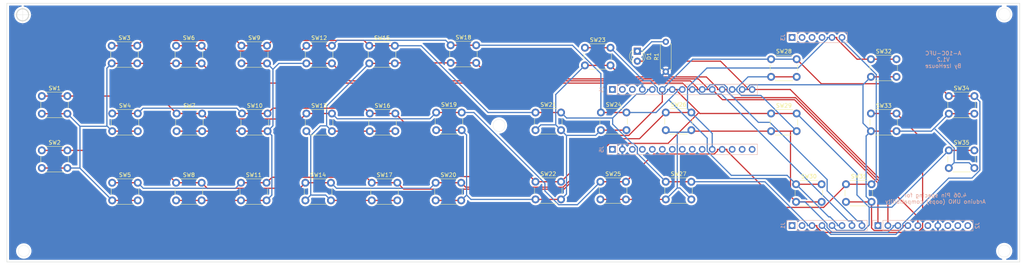
<source format=kicad_pcb>
(kicad_pcb (version 20171130) (host pcbnew "(5.0.2)-1")
  (title_block (title "A-10C UFC") (date 2019-08-02) (rev 1.2) (company IzeHouze))
  (layers (0 F.Cu signal) (31 B.Cu signal) (34 B.Paste user) (35 F.Paste user) (36 B.SilkS user) (37 F.SilkS user) (38 B.Mask user) (39 F.Mask user) (44 Edge.Cuts user))
  (net 0 "")
  (net 1 "Net-(D1-Pad1)")
  (net 2 /MastCaut)
  (net 3 /Row1)
  (net 4 /Row2)
  (net 5 /Row3)
  (net 6 /Row4)
  (net 7 /Row5)
  (net 8 /Row6)
  (net 9 /Col1)
  (net 10 /Col2)
  (net 11 /Col3)
  (net 12 /Col4)
  (net 13 /Col5)
  (net 14 /Col6)
  (net 15 "Net-(J2-Pad6)")
  (net 16 GND)
  (net 17 "Net-(J2-Pad8)")
  (net 18 "Net-(J2-Pad9)")
  (net 19 "Net-(J2-Pad10)")
  (net 20 "Net-(J3-Pad3)")
  (net 21 "Net-(J3-Pad4)")
  (net 22 "Net-(J1-Pad1)")
  (net 23 "Net-(J1-Pad2)")
  (net 24 "Net-(J3-Pad1)")
  (net 25 "Net-(J3-Pad2)")
  (net 26 "Net-(J4-Pad3)")
  (net 27 "Net-(J4-Pad2)")
  (net 28 "Net-(J4-Pad1)")
  (net 29 "Net-(J5-Pad1)")
  (net 30 "Net-(J5-Pad3)")
  (net 31 "Net-(J5-Pad4)")
  (net 32 "Net-(J5-Pad5)")
  (net 33 "Net-(J5-Pad6)")
  (net 34 "Net-(J5-Pad7)")
  (net 35 "Net-(J5-Pad8)")
  (net 36 "Net-(J5-Pad9)")
  (net 37 "Net-(J5-Pad10)")
  (net 38 "Net-(J5-Pad13)")
  (net 39 "Net-(J5-Pad14)")
  (net 40 "Net-(J5-Pad15)")
  (module Buttons_Switches_THT:SW_PUSH_6mm (layer F.Cu) (at 212.979 85.471)
    (fp_text reference SW24 (at 3.25 -2) (layer F.SilkS))
    (fp_text value SW_Push)
    (pad 1 thru_hole circle (at 6.5 0 90) (size 2 2) (drill 1.1) (layers *.Cu *.Mask) (net 8 /Row6))
    (pad 2 thru_hole circle (at 6.5 4.5 90) (size 2 2) (drill 1.1) (layers *.Cu *.Mask) (net 12 /Col4))
    (pad 1 thru_hole circle (at 0 0 90) (size 2 2) (drill 1.1) (layers *.Cu *.Mask) (net 8 /Row6))
    (pad 2 thru_hole circle (at 0 4.5 90) (size 2 2) (drill 1.1) (layers *.Cu *.Mask) (net 12 /Col4))
  )
  (module Buttons_Switches_THT:SW_PUSH_6mm (layer F.Cu) (at 196.342 103.124)
    (fp_text reference SW22 (at 3.25 -2) (layer F.SilkS))
    (fp_text value SW_Push)
    (pad 2 thru_hole circle (at 0 4.5 90) (size 2 2) (drill 1.1) (layers *.Cu *.Mask) (net 12 /Col4))
    (pad 1 thru_hole circle (at 0 0 90) (size 2 2) (drill 1.1) (layers *.Cu *.Mask) (net 6 /Row4))
    (pad 2 thru_hole circle (at 6.5 4.5 90) (size 2 2) (drill 1.1) (layers *.Cu *.Mask) (net 12 /Col4))
    (pad 1 thru_hole circle (at 6.5 0 90) (size 2 2) (drill 1.1) (layers *.Cu *.Mask) (net 6 /Row4))
  )
  (module Buttons_Switches_THT:SW_PUSH_6mm (layer F.Cu) (at 138.049 68.453)
    (fp_text reference SW12 (at 3.25 -2) (layer F.SilkS))
    (fp_text value SW_Push)
    (pad 1 thru_hole circle (at 6.5 0 90) (size 2 2) (drill 1.1) (layers *.Cu *.Mask) (net 8 /Row6))
    (pad 2 thru_hole circle (at 6.5 4.5 90) (size 2 2) (drill 1.1) (layers *.Cu *.Mask) (net 10 /Col2))
    (pad 1 thru_hole circle (at 0 0 90) (size 2 2) (drill 1.1) (layers *.Cu *.Mask) (net 8 /Row6))
    (pad 2 thru_hole circle (at 0 4.5 90) (size 2 2) (drill 1.1) (layers *.Cu *.Mask) (net 10 /Col2))
  )
  (module Buttons_Switches_THT:SW_PUSH_6mm (layer F.Cu) (at 212.852 103.124)
    (fp_text reference SW25 (at 3.25 -2) (layer F.SilkS))
    (fp_text value SW_Push)
    (pad 1 thru_hole circle (at 6.5 0 90) (size 2 2) (drill 1.1) (layers *.Cu *.Mask) (net 3 /Row1))
    (pad 2 thru_hole circle (at 6.5 4.5 90) (size 2 2) (drill 1.1) (layers *.Cu *.Mask) (net 13 /Col5))
    (pad 1 thru_hole circle (at 0 0 90) (size 2 2) (drill 1.1) (layers *.Cu *.Mask) (net 3 /Row1))
    (pad 2 thru_hole circle (at 0 4.5 90) (size 2 2) (drill 1.1) (layers *.Cu *.Mask) (net 13 /Col5))
  )
  (module Buttons_Switches_THT:SW_PUSH_6mm (layer F.Cu) (at 275.336 103.759)
    (fp_text reference SW31 (at 3.25 -2) (layer F.SilkS))
    (fp_text value SW_Push)
    (pad 2 thru_hole circle (at 0 4.5 90) (size 2 2) (drill 1.1) (layers *.Cu *.Mask) (net 14 /Col6))
    (pad 1 thru_hole circle (at 0 0 90) (size 2 2) (drill 1.1) (layers *.Cu *.Mask) (net 3 /Row1))
    (pad 2 thru_hole circle (at 6.5 4.5 90) (size 2 2) (drill 1.1) (layers *.Cu *.Mask) (net 14 /Col6))
    (pad 1 thru_hole circle (at 6.5 0 90) (size 2 2) (drill 1.1) (layers *.Cu *.Mask) (net 3 /Row1))
  )
  (module Buttons_Switches_THT:SW_PUSH_6mm (layer F.Cu) (at 208.915 68.961)
    (fp_text reference SW23 (at 3.25 -2) (layer F.SilkS))
    (fp_text value SW_Push)
    (pad 1 thru_hole circle (at 6.5 0 90) (size 2 2) (drill 1.1) (layers *.Cu *.Mask) (net 7 /Row5))
    (pad 2 thru_hole circle (at 6.5 4.5 90) (size 2 2) (drill 1.1) (layers *.Cu *.Mask) (net 12 /Col4))
    (pad 1 thru_hole circle (at 0 0 90) (size 2 2) (drill 1.1) (layers *.Cu *.Mask) (net 7 /Row5))
    (pad 2 thru_hole circle (at 0 4.5 90) (size 2 2) (drill 1.1) (layers *.Cu *.Mask) (net 12 /Col4))
  )
  (module Buttons_Switches_THT:SW_PUSH_6mm (layer F.Cu) (at 281.686 71.882)
    (fp_text reference SW32 (at 3.25 -2) (layer F.SilkS))
    (fp_text value SW_Push)
    (pad 2 thru_hole circle (at 0 4.5 90) (size 2 2) (drill 1.1) (layers *.Cu *.Mask) (net 14 /Col6))
    (pad 1 thru_hole circle (at 0 0 90) (size 2 2) (drill 1.1) (layers *.Cu *.Mask) (net 4 /Row2))
    (pad 2 thru_hole circle (at 6.5 4.5 90) (size 2 2) (drill 1.1) (layers *.Cu *.Mask) (net 14 /Col6))
    (pad 1 thru_hole circle (at 6.5 0 90) (size 2 2) (drill 1.1) (layers *.Cu *.Mask) (net 4 /Row2))
  )
  (module Buttons_Switches_THT:SW_PUSH_6mm (layer F.Cu) (at 137.795 103.378)
    (fp_text reference SW14 (at 3.25 -2) (layer F.SilkS))
    (fp_text value SW_Push)
    (pad 1 thru_hole circle (at 6.5 0 90) (size 2 2) (drill 1.1) (layers *.Cu *.Mask) (net 4 /Row2))
    (pad 2 thru_hole circle (at 6.5 4.5 90) (size 2 2) (drill 1.1) (layers *.Cu *.Mask) (net 11 /Col3))
    (pad 1 thru_hole circle (at 0 0 90) (size 2 2) (drill 1.1) (layers *.Cu *.Mask) (net 4 /Row2))
    (pad 2 thru_hole circle (at 0 4.5 90) (size 2 2) (drill 1.1) (layers *.Cu *.Mask) (net 11 /Col3))
  )
  (module Buttons_Switches_THT:SW_PUSH_6mm (layer F.Cu) (at 154.178 85.725)
    (fp_text reference SW16 (at 3.25 -2) (layer F.SilkS))
    (fp_text value SW_Push)
    (pad 1 thru_hole circle (at 6.5 0 90) (size 2 2) (drill 1.1) (layers *.Cu *.Mask) (net 6 /Row4))
    (pad 2 thru_hole circle (at 6.5 4.5 90) (size 2 2) (drill 1.1) (layers *.Cu *.Mask) (net 11 /Col3))
    (pad 1 thru_hole circle (at 0 0 90) (size 2 2) (drill 1.1) (layers *.Cu *.Mask) (net 6 /Row4))
    (pad 2 thru_hole circle (at 0 4.5 90) (size 2 2) (drill 1.1) (layers *.Cu *.Mask) (net 11 /Col3))
  )
  (module Buttons_Switches_THT:SW_PUSH_6mm (layer F.Cu) (at 70.739 95.123)
    (fp_text reference SW2 (at 3.25 -2) (layer F.SilkS))
    (fp_text value SW_Push)
    (pad 1 thru_hole circle (at 6.5 0 90) (size 2 2) (drill 1.1) (layers *.Cu *.Mask) (net 4 /Row2))
    (pad 2 thru_hole circle (at 6.5 4.5 90) (size 2 2) (drill 1.1) (layers *.Cu *.Mask) (net 9 /Col1))
    (pad 1 thru_hole circle (at 0 0 90) (size 2 2) (drill 1.1) (layers *.Cu *.Mask) (net 4 /Row2))
    (pad 2 thru_hole circle (at 0 4.5 90) (size 2 2) (drill 1.1) (layers *.Cu *.Mask) (net 9 /Col1))
  )
  (module Buttons_Switches_THT:SW_PUSH_6mm (layer F.Cu) (at 301.498 95.123)
    (fp_text reference SW35 (at 3.25 -2) (layer F.SilkS))
    (fp_text value SW_Push)
    (pad 1 thru_hole circle (at 6.5 0 90) (size 2 2) (drill 1.1) (layers *.Cu *.Mask) (net 7 /Row5))
    (pad 2 thru_hole circle (at 6.5 4.5 90) (size 2 2) (drill 1.1) (layers *.Cu *.Mask) (net 14 /Col6))
    (pad 1 thru_hole circle (at 0 0 90) (size 2 2) (drill 1.1) (layers *.Cu *.Mask) (net 7 /Row5))
    (pad 2 thru_hole circle (at 0 4.5 90) (size 2 2) (drill 1.1) (layers *.Cu *.Mask) (net 14 /Col6))
  )
  (module Buttons_Switches_THT:SW_PUSH_6mm (layer F.Cu) (at 154.686 103.378)
    (fp_text reference SW17 (at 3.25 -2) (layer F.SilkS))
    (fp_text value SW_Push)
    (pad 2 thru_hole circle (at 0 4.5 90) (size 2 2) (drill 1.1) (layers *.Cu *.Mask) (net 11 /Col3))
    (pad 1 thru_hole circle (at 0 0 90) (size 2 2) (drill 1.1) (layers *.Cu *.Mask) (net 7 /Row5))
    (pad 2 thru_hole circle (at 6.5 4.5 90) (size 2 2) (drill 1.1) (layers *.Cu *.Mask) (net 11 /Col3))
    (pad 1 thru_hole circle (at 6.5 0 90) (size 2 2) (drill 1.1) (layers *.Cu *.Mask) (net 7 /Row5))
  )
  (module Buttons_Switches_THT:SW_PUSH_6mm (layer F.Cu) (at 154.051 68.453)
    (fp_text reference SW15 (at 3.25 -2) (layer F.SilkS))
    (fp_text value SW_Push)
    (pad 1 thru_hole circle (at 6.5 0 90) (size 2 2) (drill 1.1) (layers *.Cu *.Mask) (net 5 /Row3))
    (pad 2 thru_hole circle (at 6.5 4.5 90) (size 2 2) (drill 1.1) (layers *.Cu *.Mask) (net 11 /Col3))
    (pad 1 thru_hole circle (at 0 0 90) (size 2 2) (drill 1.1) (layers *.Cu *.Mask) (net 5 /Row3))
    (pad 2 thru_hole circle (at 0 4.5 90) (size 2 2) (drill 1.1) (layers *.Cu *.Mask) (net 11 /Col3))
  )
  (module Buttons_Switches_THT:SW_PUSH_6mm (layer F.Cu) (at 104.902 103.378)
    (fp_text reference SW8 (at 3.25 -2) (layer F.SilkS))
    (fp_text value SW_Push)
    (pad 2 thru_hole circle (at 0 4.5 90) (size 2 2) (drill 1.1) (layers *.Cu *.Mask) (net 10 /Col2))
    (pad 1 thru_hole circle (at 0 0 90) (size 2 2) (drill 1.1) (layers *.Cu *.Mask) (net 4 /Row2))
    (pad 2 thru_hole circle (at 6.5 4.5 90) (size 2 2) (drill 1.1) (layers *.Cu *.Mask) (net 10 /Col2))
    (pad 1 thru_hole circle (at 6.5 0 90) (size 2 2) (drill 1.1) (layers *.Cu *.Mask) (net 4 /Row2))
  )
  (module Buttons_Switches_THT:SW_PUSH_6mm (layer F.Cu) (at 256.286 85.725)
    (fp_text reference SW29 (at 3.25 -2) (layer F.SilkS))
    (fp_text value SW_Push)
    (pad 2 thru_hole circle (at 0 4.5 90) (size 2 2) (drill 1.1) (layers *.Cu *.Mask) (net 13 /Col5))
    (pad 1 thru_hole circle (at 0 0 90) (size 2 2) (drill 1.1) (layers *.Cu *.Mask) (net 7 /Row5))
    (pad 2 thru_hole circle (at 6.5 4.5 90) (size 2 2) (drill 1.1) (layers *.Cu *.Mask) (net 13 /Col5))
    (pad 1 thru_hole circle (at 6.5 0 90) (size 2 2) (drill 1.1) (layers *.Cu *.Mask) (net 7 /Row5))
  )
  (module Buttons_Switches_THT:SW_PUSH_6mm (layer F.Cu) (at 121.412 103.378)
    (fp_text reference SW11 (at 3.25 -2) (layer F.SilkS))
    (fp_text value SW_Push)
    (pad 1 thru_hole circle (at 6.5 0 90) (size 2 2) (drill 1.1) (layers *.Cu *.Mask) (net 7 /Row5))
    (pad 2 thru_hole circle (at 6.5 4.5 90) (size 2 2) (drill 1.1) (layers *.Cu *.Mask) (net 10 /Col2))
    (pad 1 thru_hole circle (at 0 0 90) (size 2 2) (drill 1.1) (layers *.Cu *.Mask) (net 7 /Row5))
    (pad 2 thru_hole circle (at 0 4.5 90) (size 2 2) (drill 1.1) (layers *.Cu *.Mask) (net 10 /Col2))
  )
  (module Buttons_Switches_THT:SW_PUSH_6mm (layer F.Cu) (at 88.519 68.453)
    (fp_text reference SW3 (at 3.25 -2) (layer F.SilkS))
    (fp_text value SW_Push)
    (pad 1 thru_hole circle (at 6.5 0 90) (size 2 2) (drill 1.1) (layers *.Cu *.Mask) (net 5 /Row3))
    (pad 2 thru_hole circle (at 6.5 4.5 90) (size 2 2) (drill 1.1) (layers *.Cu *.Mask) (net 9 /Col1))
    (pad 1 thru_hole circle (at 0 0 90) (size 2 2) (drill 1.1) (layers *.Cu *.Mask) (net 5 /Row3))
    (pad 2 thru_hole circle (at 0 4.5 90) (size 2 2) (drill 1.1) (layers *.Cu *.Mask) (net 9 /Col1))
  )
  (module Buttons_Switches_THT:SW_PUSH_6mm (layer F.Cu) (at 104.902 68.453)
    (fp_text reference SW6 (at 3.25 -2) (layer F.SilkS))
    (fp_text value SW_Push)
    (pad 2 thru_hole circle (at 0 4.5 90) (size 2 2) (drill 1.1) (layers *.Cu *.Mask) (net 9 /Col1))
    (pad 1 thru_hole circle (at 0 0 90) (size 2 2) (drill 1.1) (layers *.Cu *.Mask) (net 8 /Row6))
    (pad 2 thru_hole circle (at 6.5 4.5 90) (size 2 2) (drill 1.1) (layers *.Cu *.Mask) (net 9 /Col1))
    (pad 1 thru_hole circle (at 6.5 0 90) (size 2 2) (drill 1.1) (layers *.Cu *.Mask) (net 8 /Row6))
  )
  (module Buttons_Switches_THT:SW_PUSH_6mm (layer F.Cu) (at 174.752 68.326)
    (fp_text reference SW18 (at 3.25 -2) (layer F.SilkS))
    (fp_text value SW_Push)
    (pad 2 thru_hole circle (at 0 4.5 90) (size 2 2) (drill 1.1) (layers *.Cu *.Mask) (net 11 /Col3))
    (pad 1 thru_hole circle (at 0 0 90) (size 2 2) (drill 1.1) (layers *.Cu *.Mask) (net 8 /Row6))
    (pad 2 thru_hole circle (at 6.5 4.5 90) (size 2 2) (drill 1.1) (layers *.Cu *.Mask) (net 11 /Col3))
    (pad 1 thru_hole circle (at 6.5 0 90) (size 2 2) (drill 1.1) (layers *.Cu *.Mask) (net 8 /Row6))
  )
  (module LED_THT:LED_D3.0mm (layer F.Cu) (at 222.25 69.85 270)
    (fp_text reference D1 (at 1.27 -2.96 90) (layer F.SilkS))
    (fp_text value LED)
    (pad 1 thru_hole rect (at 0 0 270) (size 1.8 1.8) (drill 0.9) (layers *.Cu *.Mask) (net 1 "Net-(D1-Pad1)"))
    (pad 2 thru_hole circle (at 2.54 0 270) (size 1.8 1.8) (drill 0.9) (layers *.Cu *.Mask) (net 2 /MastCaut))
  )
  (module Buttons_Switches_THT:SW_PUSH_6mm (layer F.Cu) (at 171.069 85.471)
    (fp_text reference SW19 (at 3.25 -2) (layer F.SilkS))
    (fp_text value SW_Push)
    (pad 2 thru_hole circle (at 0 4.5 90) (size 2 2) (drill 1.1) (layers *.Cu *.Mask) (net 12 /Col4))
    (pad 1 thru_hole circle (at 0 0 90) (size 2 2) (drill 1.1) (layers *.Cu *.Mask) (net 3 /Row1))
    (pad 2 thru_hole circle (at 6.5 4.5 90) (size 2 2) (drill 1.1) (layers *.Cu *.Mask) (net 12 /Col4))
    (pad 1 thru_hole circle (at 6.5 0 90) (size 2 2) (drill 1.1) (layers *.Cu *.Mask) (net 3 /Row1))
  )
  (module Buttons_Switches_THT:SW_PUSH_6mm (layer F.Cu) (at 281.686 85.725)
    (fp_text reference SW33 (at 3.25 -2) (layer F.SilkS))
    (fp_text value SW_Push)
    (pad 2 thru_hole circle (at 0 4.5 90) (size 2 2) (drill 1.1) (layers *.Cu *.Mask) (net 14 /Col6))
    (pad 1 thru_hole circle (at 0 0 90) (size 2 2) (drill 1.1) (layers *.Cu *.Mask) (net 5 /Row3))
    (pad 2 thru_hole circle (at 6.5 4.5 90) (size 2 2) (drill 1.1) (layers *.Cu *.Mask) (net 14 /Col6))
    (pad 1 thru_hole circle (at 6.5 0 90) (size 2 2) (drill 1.1) (layers *.Cu *.Mask) (net 5 /Row3))
  )
  (module Buttons_Switches_THT:SW_PUSH_6mm (layer F.Cu) (at 170.942 103.378)
    (fp_text reference SW20 (at 3.25 -2) (layer F.SilkS))
    (fp_text value SW_Push)
    (pad 2 thru_hole circle (at 0 4.5 90) (size 2 2) (drill 1.1) (layers *.Cu *.Mask) (net 12 /Col4))
    (pad 1 thru_hole circle (at 0 0 90) (size 2 2) (drill 1.1) (layers *.Cu *.Mask) (net 4 /Row2))
    (pad 2 thru_hole circle (at 6.5 4.5 90) (size 2 2) (drill 1.1) (layers *.Cu *.Mask) (net 12 /Col4))
    (pad 1 thru_hole circle (at 6.5 0 90) (size 2 2) (drill 1.1) (layers *.Cu *.Mask) (net 4 /Row2))
  )
  (module Buttons_Switches_THT:SW_PUSH_6mm (layer F.Cu) (at 105.029 85.725)
    (fp_text reference SW7 (at 3.25 -2) (layer F.SilkS))
    (fp_text value SW_Push)
    (pad 2 thru_hole circle (at 0 4.5 90) (size 2 2) (drill 1.1) (layers *.Cu *.Mask) (net 10 /Col2))
    (pad 1 thru_hole circle (at 0 0 90) (size 2 2) (drill 1.1) (layers *.Cu *.Mask) (net 3 /Row1))
    (pad 2 thru_hole circle (at 6.5 4.5 90) (size 2 2) (drill 1.1) (layers *.Cu *.Mask) (net 10 /Col2))
    (pad 1 thru_hole circle (at 6.5 0 90) (size 2 2) (drill 1.1) (layers *.Cu *.Mask) (net 3 /Row1))
  )
  (module Buttons_Switches_THT:SW_PUSH_6mm (layer F.Cu) (at 262.636 103.759)
    (fp_text reference SW30 (at 3.25 -2) (layer F.SilkS))
    (fp_text value SW_Push)
    (pad 2 thru_hole circle (at 0 4.5 90) (size 2 2) (drill 1.1) (layers *.Cu *.Mask) (net 13 /Col5))
    (pad 1 thru_hole circle (at 0 0 90) (size 2 2) (drill 1.1) (layers *.Cu *.Mask) (net 8 /Row6))
    (pad 2 thru_hole circle (at 6.5 4.5 90) (size 2 2) (drill 1.1) (layers *.Cu *.Mask) (net 13 /Col5))
    (pad 1 thru_hole circle (at 6.5 0 90) (size 2 2) (drill 1.1) (layers *.Cu *.Mask) (net 8 /Row6))
  )
  (module Buttons_Switches_THT:SW_PUSH_6mm (layer F.Cu) (at 138.049 85.725)
    (fp_text reference SW13 (at 3.25 -2) (layer F.SilkS))
    (fp_text value SW_Push)
    (pad 1 thru_hole circle (at 6.5 0 90) (size 2 2) (drill 1.1) (layers *.Cu *.Mask) (net 3 /Row1))
    (pad 2 thru_hole circle (at 6.5 4.5 90) (size 2 2) (drill 1.1) (layers *.Cu *.Mask) (net 11 /Col3))
    (pad 1 thru_hole circle (at 0 0 90) (size 2 2) (drill 1.1) (layers *.Cu *.Mask) (net 3 /Row1))
    (pad 2 thru_hole circle (at 0 4.5 90) (size 2 2) (drill 1.1) (layers *.Cu *.Mask) (net 11 /Col3))
  )
  (module Buttons_Switches_THT:SW_PUSH_6mm (layer F.Cu) (at 121.666 85.725)
    (fp_text reference SW10 (at 3.25 -2) (layer F.SilkS))
    (fp_text value SW_Push)
    (pad 2 thru_hole circle (at 0 4.5 90) (size 2 2) (drill 1.1) (layers *.Cu *.Mask) (net 10 /Col2))
    (pad 1 thru_hole circle (at 0 0 90) (size 2 2) (drill 1.1) (layers *.Cu *.Mask) (net 6 /Row4))
    (pad 2 thru_hole circle (at 6.5 4.5 90) (size 2 2) (drill 1.1) (layers *.Cu *.Mask) (net 10 /Col2))
    (pad 1 thru_hole circle (at 6.5 0 90) (size 2 2) (drill 1.1) (layers *.Cu *.Mask) (net 6 /Row4))
  )
  (module Connector_PinHeader_2.54mm:PinHeader_1x10_P2.54mm_Vertical (layer B.Cu) (at 283.464 114.3 270)
    (fp_text reference J2 (at 0 -25.277 270) (layer B.SilkS) (effects (justify mirror)))
    (fp_text value Conn_01x10_MountingPin hide)
    (pad 1 thru_hole rect (at 0 0 270) (size 1.7 1.7) (drill 1) (layers *.Cu *.Mask) (net 11 /Col3))
    (pad 2 thru_hole oval (at 0 -2.54 270) (size 1.7 1.7) (drill 1) (layers *.Cu *.Mask) (net 12 /Col4))
    (pad 3 thru_hole oval (at 0 -5.08 270) (size 1.7 1.7) (drill 1) (layers *.Cu *.Mask) (net 13 /Col5))
    (pad 4 thru_hole oval (at 0 -7.62 270) (size 1.7 1.7) (drill 1) (layers *.Cu *.Mask) (net 14 /Col6))
    (pad 5 thru_hole oval (at 0 -10.16 270) (size 1.7 1.7) (drill 1) (layers *.Cu *.Mask) (net 2 /MastCaut))
    (pad 6 thru_hole oval (at 0 -12.7 270) (size 1.7 1.7) (drill 1) (layers *.Cu *.Mask) (net 15 "Net-(J2-Pad6)"))
    (pad 7 thru_hole oval (at 0 -15.24 270) (size 1.7 1.7) (drill 1) (layers *.Cu *.Mask) (net 16 GND))
    (pad 8 thru_hole oval (at 0 -17.78 270) (size 1.7 1.7) (drill 1) (layers *.Cu *.Mask) (net 17 "Net-(J2-Pad8)"))
    (pad 9 thru_hole oval (at 0 -20.32 270) (size 1.7 1.7) (drill 1) (layers *.Cu *.Mask) (net 18 "Net-(J2-Pad9)"))
    (pad 10 thru_hole oval (at 0 -22.86 270) (size 1.7 1.7) (drill 1) (layers *.Cu *.Mask) (net 19 "Net-(J2-Pad10)"))
  )
  (module Buttons_Switches_THT:SW_PUSH_6mm (layer F.Cu) (at 229.489 103.124)
    (fp_text reference SW27 (at 3.25 -2) (layer F.SilkS))
    (fp_text value SW_Push)
    (pad 1 thru_hole circle (at 6.5 0 90) (size 2 2) (drill 1.1) (layers *.Cu *.Mask) (net 5 /Row3))
    (pad 2 thru_hole circle (at 6.5 4.5 90) (size 2 2) (drill 1.1) (layers *.Cu *.Mask) (net 13 /Col5))
    (pad 1 thru_hole circle (at 0 0 90) (size 2 2) (drill 1.1) (layers *.Cu *.Mask) (net 5 /Row3))
    (pad 2 thru_hole circle (at 0 4.5 90) (size 2 2) (drill 1.1) (layers *.Cu *.Mask) (net 13 /Col5))
  )
  (module Buttons_Switches_THT:SW_PUSH_6mm (layer F.Cu) (at 121.539 68.453)
    (fp_text reference SW9 (at 3.25 -2) (layer F.SilkS))
    (fp_text value SW_Push)
    (pad 2 thru_hole circle (at 0 4.5 90) (size 2 2) (drill 1.1) (layers *.Cu *.Mask) (net 10 /Col2))
    (pad 1 thru_hole circle (at 0 0 90) (size 2 2) (drill 1.1) (layers *.Cu *.Mask) (net 5 /Row3))
    (pad 2 thru_hole circle (at 6.5 4.5 90) (size 2 2) (drill 1.1) (layers *.Cu *.Mask) (net 10 /Col2))
    (pad 1 thru_hole circle (at 6.5 0 90) (size 2 2) (drill 1.1) (layers *.Cu *.Mask) (net 5 /Row3))
  )
  (module Buttons_Switches_THT:SW_PUSH_6mm (layer F.Cu) (at 301.498 81.28)
    (fp_text reference SW34 (at 3.25 -2) (layer F.SilkS))
    (fp_text value SW_Push)
    (pad 1 thru_hole circle (at 6.5 0 90) (size 2 2) (drill 1.1) (layers *.Cu *.Mask) (net 6 /Row4))
    (pad 2 thru_hole circle (at 6.5 4.5 90) (size 2 2) (drill 1.1) (layers *.Cu *.Mask) (net 14 /Col6))
    (pad 1 thru_hole circle (at 0 0 90) (size 2 2) (drill 1.1) (layers *.Cu *.Mask) (net 6 /Row4))
    (pad 2 thru_hole circle (at 0 4.5 90) (size 2 2) (drill 1.1) (layers *.Cu *.Mask) (net 14 /Col6))
  )
  (module Connector_PinHeader_2.54mm:PinHeader_1x06_P2.54mm_Vertical (layer B.Cu) (at 261.62 66.3448 270)
    (fp_text reference J3 (at 0 2.33 270) (layer B.SilkS) (effects (justify mirror)))
    (fp_text value Conn_01x06_MountingPin hide)
    (pad 1 thru_hole rect (at 0 0 270) (size 1.7 1.7) (drill 1) (layers *.Cu *.Mask) (net 24 "Net-(J3-Pad1)"))
    (pad 2 thru_hole oval (at 0 -2.54 270) (size 1.7 1.7) (drill 1) (layers *.Cu *.Mask) (net 25 "Net-(J3-Pad2)"))
    (pad 3 thru_hole oval (at 0 -5.08 270) (size 1.7 1.7) (drill 1) (layers *.Cu *.Mask) (net 20 "Net-(J3-Pad3)"))
    (pad 4 thru_hole oval (at 0 -7.62 270) (size 1.7 1.7) (drill 1) (layers *.Cu *.Mask) (net 21 "Net-(J3-Pad4)"))
    (pad 5 thru_hole oval (at 0 -10.16 270) (size 1.7 1.7) (drill 1) (layers *.Cu *.Mask) (net 4 /Row2))
    (pad 6 thru_hole oval (at 0 -12.7 270) (size 1.7 1.7) (drill 1) (layers *.Cu *.Mask) (net 3 /Row1))
  )
  (module Resistor_THT:R_Axial_DIN0207_L6.3mm_D2.5mm_P7.62mm_Horizontal (layer F.Cu) (at 229.489 75.057 90)
    (fp_text reference R1 (at 3.81 -2.37 -90) (layer F.SilkS))
    (fp_text value R)
    (pad 1 thru_hole circle (at 0 0 90) (size 1.6 1.6) (drill 0.8) (layers *.Cu *.Mask) (net 16 GND))
    (pad 2 thru_hole oval (at 7.62 0 90) (size 1.6 1.6) (drill 0.8) (layers *.Cu *.Mask) (net 1 "Net-(D1-Pad1)"))
  )
  (module Buttons_Switches_THT:SW_PUSH_6mm (layer F.Cu) (at 88.646 103.378)
    (fp_text reference SW5 (at 3.25 -2) (layer F.SilkS))
    (fp_text value SW_Push)
    (pad 2 thru_hole circle (at 0 4.5 90) (size 2 2) (drill 1.1) (layers *.Cu *.Mask) (net 9 /Col1))
    (pad 1 thru_hole circle (at 0 0 90) (size 2 2) (drill 1.1) (layers *.Cu *.Mask) (net 7 /Row5))
    (pad 2 thru_hole circle (at 6.5 4.5 90) (size 2 2) (drill 1.1) (layers *.Cu *.Mask) (net 9 /Col1))
    (pad 1 thru_hole circle (at 6.5 0 90) (size 2 2) (drill 1.1) (layers *.Cu *.Mask) (net 7 /Row5))
  )
  (module Buttons_Switches_THT:SW_PUSH_6mm (layer F.Cu) (at 256.286 71.882)
    (fp_text reference SW28 (at 3.25 -2) (layer F.SilkS))
    (fp_text value SW_Push)
    (pad 2 thru_hole circle (at 0 4.5 90) (size 2 2) (drill 1.1) (layers *.Cu *.Mask) (net 13 /Col5))
    (pad 1 thru_hole circle (at 0 0 90) (size 2 2) (drill 1.1) (layers *.Cu *.Mask) (net 6 /Row4))
    (pad 2 thru_hole circle (at 6.5 4.5 90) (size 2 2) (drill 1.1) (layers *.Cu *.Mask) (net 13 /Col5))
    (pad 1 thru_hole circle (at 6.5 0 90) (size 2 2) (drill 1.1) (layers *.Cu *.Mask) (net 6 /Row4))
  )
  (module Buttons_Switches_THT:SW_PUSH_6mm (layer F.Cu) (at 196.342 85.471)
    (fp_text reference SW21 (at 3.25 -2) (layer F.SilkS))
    (fp_text value SW_Push)
    (pad 2 thru_hole circle (at 0 4.5 90) (size 2 2) (drill 1.1) (layers *.Cu *.Mask) (net 12 /Col4))
    (pad 1 thru_hole circle (at 0 0 90) (size 2 2) (drill 1.1) (layers *.Cu *.Mask) (net 5 /Row3))
    (pad 2 thru_hole circle (at 6.5 4.5 90) (size 2 2) (drill 1.1) (layers *.Cu *.Mask) (net 12 /Col4))
    (pad 1 thru_hole circle (at 6.5 0 90) (size 2 2) (drill 1.1) (layers *.Cu *.Mask) (net 5 /Row3))
  )
  (module Connector_PinHeader_2.54mm:PinHeader_1x08_P2.54mm_Vertical (layer B.Cu) (at 261.62 114.3 270)
    (fp_text reference J1 (at 0 2.33 270) (layer B.SilkS) (effects (justify mirror)))
    (fp_text value Conn_01x08_MountingPin hide)
    (pad 1 thru_hole rect (at 0 0 270) (size 1.7 1.7) (drill 1) (layers *.Cu *.Mask) (net 22 "Net-(J1-Pad1)"))
    (pad 2 thru_hole oval (at 0 -2.54 270) (size 1.7 1.7) (drill 1) (layers *.Cu *.Mask) (net 23 "Net-(J1-Pad2)"))
    (pad 3 thru_hole oval (at 0 -5.08 270) (size 1.7 1.7) (drill 1) (layers *.Cu *.Mask) (net 5 /Row3))
    (pad 4 thru_hole oval (at 0 -7.62 270) (size 1.7 1.7) (drill 1) (layers *.Cu *.Mask) (net 6 /Row4))
    (pad 5 thru_hole oval (at 0 -10.16 270) (size 1.7 1.7) (drill 1) (layers *.Cu *.Mask) (net 7 /Row5))
    (pad 6 thru_hole oval (at 0 -12.7 270) (size 1.7 1.7) (drill 1) (layers *.Cu *.Mask) (net 8 /Row6))
    (pad 7 thru_hole oval (at 0 -15.24 270) (size 1.7 1.7) (drill 1) (layers *.Cu *.Mask) (net 9 /Col1))
    (pad 8 thru_hole oval (at 0 -17.78 270) (size 1.7 1.7) (drill 1) (layers *.Cu *.Mask) (net 10 /Col2))
  )
  (module Buttons_Switches_THT:SW_PUSH_6mm (layer F.Cu) (at 70.739 81.28)
    (fp_text reference SW1 (at 3.25 -2) (layer F.SilkS))
    (fp_text value SW_Push)
    (pad 1 thru_hole circle (at 6.5 0 90) (size 2 2) (drill 1.1) (layers *.Cu *.Mask) (net 3 /Row1))
    (pad 2 thru_hole circle (at 6.5 4.5 90) (size 2 2) (drill 1.1) (layers *.Cu *.Mask) (net 9 /Col1))
    (pad 1 thru_hole circle (at 0 0 90) (size 2 2) (drill 1.1) (layers *.Cu *.Mask) (net 3 /Row1))
    (pad 2 thru_hole circle (at 0 4.5 90) (size 2 2) (drill 1.1) (layers *.Cu *.Mask) (net 9 /Col1))
  )
  (module Buttons_Switches_THT:SW_PUSH_6mm (layer F.Cu) (at 88.646 85.725)
    (fp_text reference SW4 (at 3.25 -2) (layer F.SilkS))
    (fp_text value SW_Push)
    (pad 1 thru_hole circle (at 6.5 0 90) (size 2 2) (drill 1.1) (layers *.Cu *.Mask) (net 6 /Row4))
    (pad 2 thru_hole circle (at 6.5 4.5 90) (size 2 2) (drill 1.1) (layers *.Cu *.Mask) (net 9 /Col1))
    (pad 1 thru_hole circle (at 0 0 90) (size 2 2) (drill 1.1) (layers *.Cu *.Mask) (net 6 /Row4))
    (pad 2 thru_hole circle (at 0 4.5 90) (size 2 2) (drill 1.1) (layers *.Cu *.Mask) (net 9 /Col1))
  )
  (module Buttons_Switches_THT:SW_PUSH_6mm (layer F.Cu) (at 229.489 85.471)
    (fp_text reference SW26 (at 3.25 -2) (layer F.SilkS))
    (fp_text value SW_Push)
    (pad 1 thru_hole circle (at 6.5 0 90) (size 2 2) (drill 1.1) (layers *.Cu *.Mask) (net 4 /Row2))
    (pad 2 thru_hole circle (at 6.5 4.5 90) (size 2 2) (drill 1.1) (layers *.Cu *.Mask) (net 13 /Col5))
    (pad 1 thru_hole circle (at 0 0 90) (size 2 2) (drill 1.1) (layers *.Cu *.Mask) (net 4 /Row2))
    (pad 2 thru_hole circle (at 0 4.5 90) (size 2 2) (drill 1.1) (layers *.Cu *.Mask) (net 13 /Col5))
  )
  (module Connector_PinSocket_2.54mm:PinSocket_1x15_P2.54mm_Vertical (layer B.Cu) (at 215.9 79.6036 270)
    (fp_text reference J4 (at 0 2.77 270) (layer B.SilkS) (effects (justify mirror)))
    (fp_text value Conn_01x15_Female hide)
    (pad 15 thru_hole oval (at 0 -35.56 270) (size 1.7 1.7) (drill 1) (layers *.Cu *.Mask) (net 2 /MastCaut))
    (pad 14 thru_hole oval (at 0 -33.02 270) (size 1.7 1.7) (drill 1) (layers *.Cu *.Mask) (net 14 /Col6))
    (pad 13 thru_hole oval (at 0 -30.48 270) (size 1.7 1.7) (drill 1) (layers *.Cu *.Mask) (net 13 /Col5))
    (pad 12 thru_hole oval (at 0 -27.94 270) (size 1.7 1.7) (drill 1) (layers *.Cu *.Mask) (net 12 /Col4))
    (pad 11 thru_hole oval (at 0 -25.4 270) (size 1.7 1.7) (drill 1) (layers *.Cu *.Mask) (net 11 /Col3))
    (pad 10 thru_hole oval (at 0 -22.86 270) (size 1.7 1.7) (drill 1) (layers *.Cu *.Mask) (net 10 /Col2))
    (pad 9 thru_hole oval (at 0 -20.32 270) (size 1.7 1.7) (drill 1) (layers *.Cu *.Mask) (net 9 /Col1))
    (pad 8 thru_hole oval (at 0 -17.78 270) (size 1.7 1.7) (drill 1) (layers *.Cu *.Mask) (net 8 /Row6))
    (pad 7 thru_hole oval (at 0 -15.24 270) (size 1.7 1.7) (drill 1) (layers *.Cu *.Mask) (net 7 /Row5))
    (pad 6 thru_hole oval (at 0 -12.7 270) (size 1.7 1.7) (drill 1) (layers *.Cu *.Mask) (net 6 /Row4))
    (pad 5 thru_hole oval (at 0 -10.16 270) (size 1.7 1.7) (drill 1) (layers *.Cu *.Mask) (net 5 /Row3))
    (pad 4 thru_hole oval (at 0 -7.62 270) (size 1.7 1.7) (drill 1) (layers *.Cu *.Mask) (net 16 GND))
    (pad 3 thru_hole oval (at 0 -5.08 270) (size 1.7 1.7) (drill 1) (layers *.Cu *.Mask) (net 26 "Net-(J4-Pad3)"))
    (pad 2 thru_hole oval (at 0 -2.54 270) (size 1.7 1.7) (drill 1) (layers *.Cu *.Mask) (net 27 "Net-(J4-Pad2)"))
    (pad 1 thru_hole rect (at 0 0 270) (size 1.7 1.7) (drill 1) (layers *.Cu *.Mask) (net 28 "Net-(J4-Pad1)"))
  )
  (module Connector_PinSocket_2.54mm:PinSocket_1x15_P2.54mm_Vertical (layer B.Cu) (at 215.9 94.869 270)
    (fp_text reference J5 (at 0 2.77 270) (layer B.SilkS) (effects (justify mirror)))
    (fp_text value Conn_01x15_Female hide)
    (pad 1 thru_hole rect (at 0 0 270) (size 1.7 1.7) (drill 1) (layers *.Cu *.Mask) (net 29 "Net-(J5-Pad1)"))
    (pad 2 thru_hole oval (at 0 -2.54 270) (size 1.7 1.7) (drill 1) (layers *.Cu *.Mask) (net 16 GND))
    (pad 3 thru_hole oval (at 0 -5.08 270) (size 1.7 1.7) (drill 1) (layers *.Cu *.Mask) (net 30 "Net-(J5-Pad3)"))
    (pad 4 thru_hole oval (at 0 -7.62 270) (size 1.7 1.7) (drill 1) (layers *.Cu *.Mask) (net 31 "Net-(J5-Pad4)"))
    (pad 5 thru_hole oval (at 0 -10.16 270) (size 1.7 1.7) (drill 1) (layers *.Cu *.Mask) (net 32 "Net-(J5-Pad5)"))
    (pad 6 thru_hole oval (at 0 -12.7 270) (size 1.7 1.7) (drill 1) (layers *.Cu *.Mask) (net 33 "Net-(J5-Pad6)"))
    (pad 7 thru_hole oval (at 0 -15.24 270) (size 1.7 1.7) (drill 1) (layers *.Cu *.Mask) (net 34 "Net-(J5-Pad7)"))
    (pad 8 thru_hole oval (at 0 -17.78 270) (size 1.7 1.7) (drill 1) (layers *.Cu *.Mask) (net 35 "Net-(J5-Pad8)"))
    (pad 9 thru_hole oval (at 0 -20.32 270) (size 1.7 1.7) (drill 1) (layers *.Cu *.Mask) (net 36 "Net-(J5-Pad9)"))
    (pad 10 thru_hole oval (at 0 -22.86 270) (size 1.7 1.7) (drill 1) (layers *.Cu *.Mask) (net 37 "Net-(J5-Pad10)"))
    (pad 11 thru_hole oval (at 0 -25.4 270) (size 1.7 1.7) (drill 1) (layers *.Cu *.Mask) (net 4 /Row2))
    (pad 12 thru_hole oval (at 0 -27.94 270) (size 1.7 1.7) (drill 1) (layers *.Cu *.Mask) (net 3 /Row1))
    (pad 13 thru_hole oval (at 0 -30.48 270) (size 1.7 1.7) (drill 1) (layers *.Cu *.Mask) (net 38 "Net-(J5-Pad13)"))
    (pad 14 thru_hole oval (at 0 -33.02 270) (size 1.7 1.7) (drill 1) (layers *.Cu *.Mask) (net 39 "Net-(J5-Pad14)"))
    (pad 15 thru_hole oval (at 0 -35.56 270) (size 1.7 1.7) (drill 1) (layers *.Cu *.Mask) (net 40 "Net-(J5-Pad15)"))
  )
  (gr_circle (center 65.8495 60.579) (end 67.366127 60.579) (layer Edge.Cuts) (width 0.2))
  (gr_circle (center 66.144097 120.777) (end 67.414097 120.142) (layer Edge.Cuts) (width 0.05))
  (gr_circle (center 315.595 60.452) (end 316.865 59.563) (layer Edge.Cuts) (width 0.05))
  (target plus (at 65.849829 60.580839) (size 5) (width 0.05) (layer Edge.Cuts))
  (gr_text "4.06 Pin spacing for\nArduino UNO (oops) compatibility" (at 298.0944 107.3912) (layer B.SilkS) (effects (font (size 1 1)) (justify mirror)))
  (gr_text "A-10C-UFC\nV1.2\nBy IzeHouze" (at 300.0756 71.9836) (layer B.SilkS) (effects (font (size 1 1)) (justify mirror)))
  (gr_line (start 61.849 57.658) (end 319.532 57.658) (layer Edge.Cuts) (width 0.1))
  (gr_line (start 61.849 123.571) (end 61.849 57.658) (layer Edge.Cuts) (width 0.1))
  (gr_line (start 319.532 123.571) (end 61.849 123.571) (layer Edge.Cuts) (width 0.1))
  (gr_line (start 319.532 57.658) (end 319.532 123.571) (layer Edge.Cuts) (width 0.1))
  (gr_circle (center 187.060454 88.773) (end 188.457454 88.138) (layer Edge.Cuts) (width 0.05))
  (gr_circle (center 315.589718 120.777) (end 316.732718 119.761) (layer Edge.Cuts) (width 0.05))
  (segment (start 222.25 69.85) (end 223.5003 69.85) (width 0.3) (layer B.Cu) (net 1))
  (segment (start 229.489 67.437) (end 225.9133 67.437) (width 0.3) (layer B.Cu) (net 1))
  (segment (start 225.9133 67.437) (end 223.5003 69.85) (width 0.3) (layer B.Cu) (net 1))
  (segment (start 251.46 79.6036) (end 250.2597 79.6036) (width 0.3) (layer F.Cu) (net 2))
  (segment (start 250.2597 79.6036) (end 250.2597 79.2285) (width 0.3) (layer F.Cu) (net 2))
  (segment (start 250.2597 79.2285) (end 243.4212 72.39) (width 0.3) (layer F.Cu) (net 2))
  (segment (start 243.4212 72.39) (end 222.25 72.39) (width 0.3) (layer F.Cu) (net 2))
  (segment (start 251.46 79.6036) (end 261.1443 79.6036) (width 0.3) (layer F.Cu) (net 2))
  (segment (start 261.1443 79.6036) (end 293.624 112.0833) (width 0.3) (layer F.Cu) (net 2))
  (segment (start 293.624 112.0833) (end 293.624 114.3) (width 0.3) (layer F.Cu) (net 2))
  (segment (start 77.239 81.28) (end 70.739 81.28) (width 0.3) (layer F.Cu) (net 3))
  (segment (start 105.029 85.725) (end 100.584 81.28) (width 0.3) (layer F.Cu) (net 3))
  (segment (start 100.584 81.28) (end 77.239 81.28) (width 0.3) (layer F.Cu) (net 3))
  (segment (start 212.852 103.124) (end 206.9991 108.9769) (width 0.3) (layer B.Cu) (net 3))
  (segment (start 206.9991 108.9769) (end 202.2484 108.9769) (width 0.3) (layer B.Cu) (net 3))
  (segment (start 202.2484 108.9769) (end 198.7441 105.4726) (width 0.3) (layer B.Cu) (net 3))
  (segment (start 198.7441 105.4726) (end 198.7441 103.5479) (width 0.3) (layer B.Cu) (net 3))
  (segment (start 198.7441 103.5479) (end 180.6672 85.471) (width 0.3) (layer B.Cu) (net 3))
  (segment (start 180.6672 85.471) (end 177.569 85.471) (width 0.3) (layer B.Cu) (net 3))
  (segment (start 274.32 66.3448) (end 274.32 67.5451) (width 0.3) (layer B.Cu) (net 3))
  (segment (start 281.836 103.759) (end 283.0379 102.5571) (width 0.3) (layer B.Cu) (net 3))
  (segment (start 283.0379 102.5571) (end 283.0379 75.7739) (width 0.3) (layer B.Cu) (net 3))
  (segment (start 283.0379 75.7739) (end 274.8091 67.5451) (width 0.3) (layer B.Cu) (net 3))
  (segment (start 274.8091 67.5451) (end 274.32 67.5451) (width 0.3) (layer B.Cu) (net 3))
  (segment (start 275.336 103.759) (end 275.336 103.9693) (width 0.3) (layer F.Cu) (net 3))
  (segment (start 275.336 103.9693) (end 269.6451 109.6602) (width 0.3) (layer F.Cu) (net 3))
  (segment (start 269.6451 109.6602) (end 259.4584 109.6602) (width 0.3) (layer F.Cu) (net 3))
  (segment (start 259.4584 109.6602) (end 245.0403 95.2421) (width 0.3) (layer F.Cu) (net 3))
  (segment (start 245.0403 95.2421) (end 245.0403 94.869) (width 0.3) (layer F.Cu) (net 3))
  (segment (start 281.836 103.759) (end 275.336 103.759) (width 0.3) (layer F.Cu) (net 3))
  (segment (start 243.84 94.869) (end 245.0403 94.869) (width 0.3) (layer F.Cu) (net 3))
  (segment (start 243.84 94.869) (end 242.6397 94.869) (width 0.3) (layer F.Cu) (net 3))
  (segment (start 242.6397 94.869) (end 242.6397 95.2442) (width 0.3) (layer F.Cu) (net 3))
  (segment (start 242.6397 95.2442) (end 241.8146 96.0693) (width 0.3) (layer F.Cu) (net 3))
  (segment (start 241.8146 96.0693) (end 226.4067 96.0693) (width 0.3) (layer F.Cu) (net 3))
  (segment (start 226.4067 96.0693) (end 219.352 103.124) (width 0.3) (layer F.Cu) (net 3))
  (segment (start 219.352 103.124) (end 212.852 103.124) (width 0.3) (layer F.Cu) (net 3))
  (segment (start 138.049 85.725) (end 136.6428 87.1312) (width 0.3) (layer F.Cu) (net 3))
  (segment (start 136.6428 87.1312) (end 112.9352 87.1312) (width 0.3) (layer F.Cu) (net 3))
  (segment (start 112.9352 87.1312) (end 111.529 85.725) (width 0.3) (layer F.Cu) (net 3))
  (segment (start 144.549 85.725) (end 138.049 85.725) (width 0.3) (layer F.Cu) (net 3))
  (segment (start 111.529 85.725) (end 105.029 85.725) (width 0.3) (layer F.Cu) (net 3))
  (segment (start 171.069 85.471) (end 169.4646 87.0754) (width 0.3) (layer B.Cu) (net 3))
  (segment (start 169.4646 87.0754) (end 145.8994 87.0754) (width 0.3) (layer B.Cu) (net 3))
  (segment (start 145.8994 87.0754) (end 144.549 85.725) (width 0.3) (layer B.Cu) (net 3))
  (segment (start 177.569 85.471) (end 171.069 85.471) (width 0.3) (layer F.Cu) (net 3))
  (segment (start 235.989 85.471) (end 235.0151 84.4971) (width 0.3) (layer B.Cu) (net 4))
  (segment (start 235.0151 84.4971) (end 235.0151 79.0809) (width 0.3) (layer B.Cu) (net 4))
  (segment (start 235.0151 79.0809) (end 239.964 74.132) (width 0.3) (layer B.Cu) (net 4))
  (segment (start 239.964 74.132) (end 263.1655 74.132) (width 0.3) (layer B.Cu) (net 4))
  (segment (start 263.1655 74.132) (end 270.5797 66.7178) (width 0.3) (layer B.Cu) (net 4))
  (segment (start 270.5797 66.7178) (end 270.5797 66.3448) (width 0.3) (layer B.Cu) (net 4))
  (segment (start 241.3 94.869) (end 241.3 90.782) (width 0.3) (layer B.Cu) (net 4))
  (segment (start 241.3 90.782) (end 235.989 85.471) (width 0.3) (layer B.Cu) (net 4))
  (segment (start 271.78 66.3448) (end 270.5797 66.3448) (width 0.3) (layer B.Cu) (net 4))
  (segment (start 77.239 95.123) (end 70.739 95.123) (width 0.3) (layer F.Cu) (net 4))
  (segment (start 104.902 103.378) (end 96.647 95.123) (width 0.3) (layer F.Cu) (net 4))
  (segment (start 96.647 95.123) (end 77.239 95.123) (width 0.3) (layer F.Cu) (net 4))
  (segment (start 229.489 85.471) (end 222.8019 92.1581) (width 0.3) (layer F.Cu) (net 4))
  (segment (start 222.8019 92.1581) (end 215.6213 92.1581) (width 0.3) (layer F.Cu) (net 4))
  (segment (start 215.6213 92.1581) (end 206.1961 101.5833) (width 0.3) (layer F.Cu) (net 4))
  (segment (start 206.1961 101.5833) (end 206.1961 101.6905) (width 0.3) (layer F.Cu) (net 4))
  (segment (start 206.1961 101.6905) (end 203.3742 104.5124) (width 0.3) (layer F.Cu) (net 4))
  (segment (start 203.3742 104.5124) (end 178.5764 104.5124) (width 0.3) (layer F.Cu) (net 4))
  (segment (start 178.5764 104.5124) (end 177.442 103.378) (width 0.3) (layer F.Cu) (net 4))
  (segment (start 235.989 85.471) (end 229.489 85.471) (width 0.3) (layer F.Cu) (net 4))
  (segment (start 170.942 103.378) (end 169.5395 104.7805) (width 0.3) (layer B.Cu) (net 4))
  (segment (start 169.5395 104.7805) (end 145.6975 104.7805) (width 0.3) (layer B.Cu) (net 4))
  (segment (start 145.6975 104.7805) (end 144.295 103.378) (width 0.3) (layer B.Cu) (net 4))
  (segment (start 111.402 103.378) (end 104.902 103.378) (width 0.3) (layer F.Cu) (net 4))
  (segment (start 137.795 103.378) (end 136.3888 104.7842) (width 0.3) (layer F.Cu) (net 4))
  (segment (start 136.3888 104.7842) (end 112.8082 104.7842) (width 0.3) (layer F.Cu) (net 4))
  (segment (start 112.8082 104.7842) (end 111.402 103.378) (width 0.3) (layer F.Cu) (net 4))
  (segment (start 281.686 71.882) (end 288.186 71.882) (width 0.3) (layer F.Cu) (net 4))
  (segment (start 272.9803 66.3448) (end 272.9803 66.7179) (width 0.3) (layer F.Cu) (net 4))
  (segment (start 272.9803 66.7179) (end 278.1444 71.882) (width 0.3) (layer F.Cu) (net 4))
  (segment (start 278.1444 71.882) (end 281.686 71.882) (width 0.3) (layer F.Cu) (net 4))
  (segment (start 271.78 66.3448) (end 272.9803 66.3448) (width 0.3) (layer F.Cu) (net 4))
  (segment (start 137.795 103.378) (end 144.295 103.378) (width 0.3) (layer F.Cu) (net 4))
  (segment (start 177.442 103.378) (end 170.942 103.378) (width 0.3) (layer F.Cu) (net 4))
  (segment (start 196.342 85.471) (end 184.2574 85.471) (width 0.3) (layer B.Cu) (net 5))
  (segment (start 184.2574 85.471) (end 167.2394 68.453) (width 0.3) (layer B.Cu) (net 5))
  (segment (start 167.2394 68.453) (end 160.551 68.453) (width 0.3) (layer B.Cu) (net 5))
  (segment (start 267.9003 114.3) (end 267.9003 114.6751) (width 0.3) (layer F.Cu) (net 5))
  (segment (start 267.9003 114.6751) (end 269.273 116.0478) (width 0.3) (layer F.Cu) (net 5))
  (segment (start 269.273 116.0478) (end 293.5802 116.0478) (width 0.3) (layer F.Cu) (net 5))
  (segment (start 293.5802 116.0478) (end 294.8281 114.7999) (width 0.3) (layer F.Cu) (net 5))
  (segment (start 294.8281 114.7999) (end 294.8281 92.3671) (width 0.3) (layer F.Cu) (net 5))
  (segment (start 294.8281 92.3671) (end 288.186 85.725) (width 0.3) (layer F.Cu) (net 5))
  (segment (start 266.7 114.3) (end 267.9003 114.3) (width 0.3) (layer F.Cu) (net 5))
  (segment (start 266.7 114.3) (end 265.4997 114.3) (width 0.3) (layer B.Cu) (net 5))
  (segment (start 235.989 103.124) (end 254.6967 103.124) (width 0.3) (layer B.Cu) (net 5))
  (segment (start 254.6967 103.124) (end 265.4997 113.927) (width 0.3) (layer B.Cu) (net 5))
  (segment (start 265.4997 113.927) (end 265.4997 114.3) (width 0.3) (layer B.Cu) (net 5))
  (segment (start 215.9626 86.8772) (end 215.9626 88.4381) (width 0.3) (layer B.Cu) (net 5))
  (segment (start 215.9626 88.4381) (end 220.9226 93.3981) (width 0.3) (layer B.Cu) (net 5))
  (segment (start 220.9226 93.3981) (end 221.2876 93.3981) (width 0.3) (layer B.Cu) (net 5))
  (segment (start 221.2876 93.3981) (end 222.25 94.3605) (width 0.3) (layer B.Cu) (net 5))
  (segment (start 222.25 94.3605) (end 222.25 95.885) (width 0.3) (layer B.Cu) (net 5))
  (segment (start 222.25 95.885) (end 229.489 103.124) (width 0.3) (layer B.Cu) (net 5))
  (segment (start 224.8597 79.6036) (end 224.8597 79.9788) (width 0.3) (layer B.Cu) (net 5))
  (segment (start 224.8597 79.9788) (end 224.0346 80.8039) (width 0.3) (layer B.Cu) (net 5))
  (segment (start 224.0346 80.8039) (end 222.0359 80.8039) (width 0.3) (layer B.Cu) (net 5))
  (segment (start 222.0359 80.8039) (end 215.9626 86.8772) (width 0.3) (layer B.Cu) (net 5))
  (segment (start 202.842 85.471) (end 204.2482 86.8772) (width 0.3) (layer B.Cu) (net 5))
  (segment (start 204.2482 86.8772) (end 215.9626 86.8772) (width 0.3) (layer B.Cu) (net 5))
  (segment (start 226.06 79.6036) (end 224.8597 79.6036) (width 0.3) (layer B.Cu) (net 5))
  (segment (start 95.019 68.453) (end 88.519 68.453) (width 0.3) (layer F.Cu) (net 5))
  (segment (start 121.539 68.453) (end 120.1845 67.0985) (width 0.3) (layer F.Cu) (net 5))
  (segment (start 120.1845 67.0985) (end 96.3735 67.0985) (width 0.3) (layer F.Cu) (net 5))
  (segment (start 96.3735 67.0985) (end 95.019 68.453) (width 0.3) (layer F.Cu) (net 5))
  (segment (start 128.039 68.453) (end 121.539 68.453) (width 0.3) (layer F.Cu) (net 5))
  (segment (start 154.051 68.453) (end 152.6959 67.0979) (width 0.3) (layer F.Cu) (net 5))
  (segment (start 152.6959 67.0979) (end 129.3941 67.0979) (width 0.3) (layer F.Cu) (net 5))
  (segment (start 129.3941 67.0979) (end 128.039 68.453) (width 0.3) (layer F.Cu) (net 5))
  (segment (start 154.051 68.453) (end 160.551 68.453) (width 0.3) (layer F.Cu) (net 5))
  (segment (start 229.489 103.124) (end 235.989 103.124) (width 0.3) (layer F.Cu) (net 5))
  (segment (start 288.186 85.725) (end 281.686 85.725) (width 0.3) (layer F.Cu) (net 5))
  (segment (start 202.842 85.471) (end 196.342 85.471) (width 0.3) (layer F.Cu) (net 5))
  (segment (start 269.24 114.3) (end 271.488 116.548) (width 0.3) (layer B.Cu) (net 6))
  (segment (start 271.488 116.548) (end 288.0249 116.548) (width 0.3) (layer B.Cu) (net 6))
  (segment (start 288.0249 116.548) (end 289.814 114.7589) (width 0.3) (layer B.Cu) (net 6))
  (segment (start 289.814 114.7589) (end 289.814 113.8403) (width 0.3) (layer B.Cu) (net 6))
  (segment (start 289.814 113.8403) (end 301.4645 102.1898) (width 0.3) (layer B.Cu) (net 6))
  (segment (start 301.4645 102.1898) (end 307.3775 102.1898) (width 0.3) (layer B.Cu) (net 6))
  (segment (start 307.3775 102.1898) (end 309.3978 100.1695) (width 0.3) (layer B.Cu) (net 6))
  (segment (start 309.3978 100.1695) (end 309.3978 82.6798) (width 0.3) (layer B.Cu) (net 6))
  (segment (start 309.3978 82.6798) (end 307.998 81.28) (width 0.3) (layer B.Cu) (net 6))
  (segment (start 228.6 79.6036) (end 236.3216 71.882) (width 0.3) (layer B.Cu) (net 6))
  (segment (start 236.3216 71.882) (end 256.286 71.882) (width 0.3) (layer B.Cu) (net 6))
  (segment (start 228.6 79.6036) (end 228.6 82.7784) (width 0.3) (layer F.Cu) (net 6))
  (segment (start 228.6 82.7784) (end 220.0571 91.3213) (width 0.3) (layer F.Cu) (net 6))
  (segment (start 220.0571 91.3213) (end 214.6447 91.3213) (width 0.3) (layer F.Cu) (net 6))
  (segment (start 214.6447 91.3213) (end 202.842 103.124) (width 0.3) (layer F.Cu) (net 6))
  (segment (start 196.342 103.124) (end 195.0243 101.8063) (width 0.3) (layer F.Cu) (net 6))
  (segment (start 195.0243 101.8063) (end 176.7593 101.8063) (width 0.3) (layer F.Cu) (net 6))
  (segment (start 176.7593 101.8063) (end 160.678 85.725) (width 0.3) (layer F.Cu) (net 6))
  (segment (start 202.842 103.124) (end 196.342 103.124) (width 0.3) (layer F.Cu) (net 6))
  (segment (start 154.178 85.725) (end 152.8248 84.3718) (width 0.3) (layer F.Cu) (net 6))
  (segment (start 152.8248 84.3718) (end 129.5192 84.3718) (width 0.3) (layer F.Cu) (net 6))
  (segment (start 129.5192 84.3718) (end 128.166 85.725) (width 0.3) (layer F.Cu) (net 6))
  (segment (start 160.678 85.725) (end 154.178 85.725) (width 0.3) (layer F.Cu) (net 6))
  (segment (start 262.786 71.882) (end 269.0408 78.1368) (width 0.3) (layer F.Cu) (net 6))
  (segment (start 269.0408 78.1368) (end 298.3548 78.1368) (width 0.3) (layer F.Cu) (net 6))
  (segment (start 298.3548 78.1368) (end 301.498 81.28) (width 0.3) (layer F.Cu) (net 6))
  (segment (start 256.286 71.882) (end 262.786 71.882) (width 0.3) (layer B.Cu) (net 6))
  (segment (start 301.498 81.28) (end 307.998 81.28) (width 0.3) (layer F.Cu) (net 6))
  (segment (start 95.146 85.725) (end 96.5001 84.3709) (width 0.3) (layer B.Cu) (net 6))
  (segment (start 96.5001 84.3709) (end 120.3119 84.3709) (width 0.3) (layer B.Cu) (net 6))
  (segment (start 120.3119 84.3709) (end 121.666 85.725) (width 0.3) (layer B.Cu) (net 6))
  (segment (start 88.646 85.725) (end 95.146 85.725) (width 0.3) (layer F.Cu) (net 6))
  (segment (start 121.666 85.725) (end 128.166 85.725) (width 0.3) (layer F.Cu) (net 6))
  (segment (start 281.2409 109.61) (end 278.13 106.4991) (width 0.3) (layer B.Cu) (net 7))
  (segment (start 278.13 106.4991) (end 278.13 101.069) (width 0.3) (layer B.Cu) (net 7))
  (segment (start 278.13 101.069) (end 262.786 85.725) (width 0.3) (layer B.Cu) (net 7))
  (segment (start 301.498 95.123) (end 287.011 109.61) (width 0.3) (layer B.Cu) (net 7))
  (segment (start 287.011 109.61) (end 281.2409 109.61) (width 0.3) (layer B.Cu) (net 7))
  (segment (start 281.2409 109.61) (end 281.2409 114.1568) (width 0.3) (layer B.Cu) (net 7))
  (segment (start 281.2409 114.1568) (end 279.8709 115.5268) (width 0.3) (layer B.Cu) (net 7))
  (segment (start 279.8709 115.5268) (end 273.0068 115.5268) (width 0.3) (layer B.Cu) (net 7))
  (segment (start 273.0068 115.5268) (end 271.78 114.3) (width 0.3) (layer B.Cu) (net 7))
  (segment (start 161.186 103.378) (end 154.686 103.378) (width 0.3) (layer F.Cu) (net 7))
  (segment (start 237.916 85.4796) (end 230.0467 93.3489) (width 0.3) (layer F.Cu) (net 7))
  (segment (start 230.0467 93.3489) (end 215.1709 93.3489) (width 0.3) (layer F.Cu) (net 7))
  (segment (start 215.1709 93.3489) (end 208.346 100.1738) (width 0.3) (layer F.Cu) (net 7))
  (segment (start 208.346 100.1738) (end 208.346 100.2647) (width 0.3) (layer F.Cu) (net 7))
  (segment (start 208.346 100.2647) (end 203.5979 105.0128) (width 0.3) (layer F.Cu) (net 7))
  (segment (start 203.5979 105.0128) (end 162.8208 105.0128) (width 0.3) (layer F.Cu) (net 7))
  (segment (start 162.8208 105.0128) (end 161.186 103.378) (width 0.3) (layer F.Cu) (net 7))
  (segment (start 256.286 85.725) (end 238.1614 85.725) (width 0.3) (layer F.Cu) (net 7))
  (segment (start 238.1614 85.725) (end 237.916 85.4796) (width 0.3) (layer F.Cu) (net 7))
  (segment (start 232.3403 79.6036) (end 232.3403 79.9787) (width 0.3) (layer F.Cu) (net 7))
  (segment (start 232.3403 79.9787) (end 234.8857 82.5241) (width 0.3) (layer F.Cu) (net 7))
  (segment (start 234.8857 82.5241) (end 234.9605 82.5241) (width 0.3) (layer F.Cu) (net 7))
  (segment (start 234.9605 82.5241) (end 237.916 85.4796) (width 0.3) (layer F.Cu) (net 7))
  (segment (start 231.14 79.6036) (end 232.3403 79.6036) (width 0.3) (layer F.Cu) (net 7))
  (segment (start 231.14 79.6036) (end 229.9397 79.6036) (width 0.3) (layer B.Cu) (net 7))
  (segment (start 229.9397 79.6036) (end 229.9397 79.9787) (width 0.3) (layer B.Cu) (net 7))
  (segment (start 229.9397 79.9787) (end 229.1116 80.8068) (width 0.3) (layer B.Cu) (net 7))
  (segment (start 229.1116 80.8068) (end 228.0345 80.8068) (width 0.3) (layer B.Cu) (net 7))
  (segment (start 228.0345 80.8068) (end 227.33 80.1023) (width 0.3) (layer B.Cu) (net 7))
  (segment (start 227.33 80.1023) (end 227.33 79.1544) (width 0.3) (layer B.Cu) (net 7))
  (segment (start 227.33 79.1544) (end 225.5719 77.3963) (width 0.3) (layer B.Cu) (net 7))
  (segment (start 225.5719 77.3963) (end 223.8503 77.3963) (width 0.3) (layer B.Cu) (net 7))
  (segment (start 223.8503 77.3963) (end 215.415 68.961) (width 0.3) (layer B.Cu) (net 7))
  (segment (start 256.286 85.725) (end 262.786 85.725) (width 0.3) (layer F.Cu) (net 7))
  (segment (start 208.915 68.961) (end 215.415 68.961) (width 0.3) (layer F.Cu) (net 7))
  (segment (start 301.498 95.123) (end 307.998 95.123) (width 0.3) (layer F.Cu) (net 7))
  (segment (start 121.412 103.378) (end 127.912 103.378) (width 0.3) (layer F.Cu) (net 7))
  (segment (start 154.686 103.378) (end 153.2903 101.9823) (width 0.3) (layer F.Cu) (net 7))
  (segment (start 153.2903 101.9823) (end 129.3077 101.9823) (width 0.3) (layer F.Cu) (net 7))
  (segment (start 129.3077 101.9823) (end 127.912 103.378) (width 0.3) (layer F.Cu) (net 7))
  (segment (start 95.146 103.378) (end 96.5522 104.7842) (width 0.3) (layer B.Cu) (net 7))
  (segment (start 96.5522 104.7842) (end 120.0058 104.7842) (width 0.3) (layer B.Cu) (net 7))
  (segment (start 120.0058 104.7842) (end 121.412 103.378) (width 0.3) (layer B.Cu) (net 7))
  (segment (start 95.146 103.378) (end 88.646 103.378) (width 0.3) (layer F.Cu) (net 7))
  (segment (start 230.2439 82.242) (end 227.0149 85.471) (width 0.3) (layer B.Cu) (net 8))
  (segment (start 227.0149 85.471) (end 219.479 85.471) (width 0.3) (layer B.Cu) (net 8))
  (segment (start 232.4797 79.6036) (end 232.4797 80.0062) (width 0.3) (layer B.Cu) (net 8))
  (segment (start 232.4797 80.0062) (end 230.2439 82.242) (width 0.3) (layer B.Cu) (net 8))
  (segment (start 230.2439 82.242) (end 240.03 92.0282) (width 0.3) (layer B.Cu) (net 8))
  (segment (start 240.03 92.0282) (end 240.03 95.3499) (width 0.3) (layer B.Cu) (net 8))
  (segment (start 240.03 95.3499) (end 246.1709 101.4908) (width 0.3) (layer B.Cu) (net 8))
  (segment (start 246.1709 101.4908) (end 260.3678 101.4908) (width 0.3) (layer B.Cu) (net 8))
  (segment (start 260.3678 101.4908) (end 262.636 103.759) (width 0.3) (layer B.Cu) (net 8))
  (segment (start 233.68 79.6036) (end 232.4797 79.6036) (width 0.3) (layer B.Cu) (net 8))
  (segment (start 274.32 114.3) (end 273.1197 114.3) (width 0.3) (layer B.Cu) (net 8))
  (segment (start 262.636 103.759) (end 270.9523 112.0753) (width 0.3) (layer B.Cu) (net 8))
  (segment (start 270.9523 112.0753) (end 271.2824 112.0753) (width 0.3) (layer B.Cu) (net 8))
  (segment (start 271.2824 112.0753) (end 273.1197 113.9126) (width 0.3) (layer B.Cu) (net 8))
  (segment (start 273.1197 113.9126) (end 273.1197 114.3) (width 0.3) (layer B.Cu) (net 8))
  (segment (start 212.979 85.471) (end 212.979 75.5688) (width 0.3) (layer B.Cu) (net 8))
  (segment (start 212.979 75.5688) (end 205.7362 68.326) (width 0.3) (layer B.Cu) (net 8))
  (segment (start 205.7362 68.326) (end 181.252 68.326) (width 0.3) (layer B.Cu) (net 8))
  (segment (start 219.479 85.471) (end 212.979 85.471) (width 0.3) (layer F.Cu) (net 8))
  (segment (start 174.752 68.326) (end 173.4896 67.0636) (width 0.3) (layer B.Cu) (net 8))
  (segment (start 173.4896 67.0636) (end 145.9384 67.0636) (width 0.3) (layer B.Cu) (net 8))
  (segment (start 145.9384 67.0636) (end 144.549 68.453) (width 0.3) (layer B.Cu) (net 8))
  (segment (start 269.136 103.759) (end 262.636 103.759) (width 0.3) (layer F.Cu) (net 8))
  (segment (start 111.402 68.453) (end 104.902 68.453) (width 0.3) (layer F.Cu) (net 8))
  (segment (start 138.049 68.453) (end 136.6986 69.8034) (width 0.3) (layer F.Cu) (net 8))
  (segment (start 136.6986 69.8034) (end 112.7524 69.8034) (width 0.3) (layer F.Cu) (net 8))
  (segment (start 112.7524 69.8034) (end 111.402 68.453) (width 0.3) (layer F.Cu) (net 8))
  (segment (start 138.049 68.453) (end 144.549 68.453) (width 0.3) (layer F.Cu) (net 8))
  (segment (start 181.252 68.326) (end 174.752 68.326) (width 0.3) (layer F.Cu) (net 8))
  (segment (start 80.4442 88.9852) (end 77.239 85.78) (width 0.3) (layer B.Cu) (net 9))
  (segment (start 80.444 99.623) (end 80.444 88.9854) (width 0.3) (layer B.Cu) (net 9))
  (segment (start 80.444 88.9854) (end 80.4442 88.9852) (width 0.3) (layer B.Cu) (net 9))
  (segment (start 80.4442 88.9852) (end 87.185 88.9852) (width 0.3) (layer B.Cu) (net 9))
  (segment (start 87.185 88.9852) (end 87.2956 88.8746) (width 0.3) (layer B.Cu) (net 9))
  (segment (start 87.2956 88.8746) (end 88.646 90.225) (width 0.3) (layer B.Cu) (net 9))
  (segment (start 88.519 72.953) (end 87.2956 74.1764) (width 0.3) (layer B.Cu) (net 9))
  (segment (start 87.2956 74.1764) (end 87.2956 88.8746) (width 0.3) (layer B.Cu) (net 9))
  (segment (start 95.019 72.953) (end 88.519 72.953) (width 0.3) (layer F.Cu) (net 9))
  (segment (start 104.902 72.953) (end 95.019 72.953) (width 0.3) (layer F.Cu) (net 9))
  (segment (start 276.86 114.3) (end 276.86 113.0997) (width 0.3) (layer B.Cu) (net 9))
  (segment (start 236.22 79.6036) (end 237.4203 79.6036) (width 0.3) (layer B.Cu) (net 9))
  (segment (start 237.4203 79.6036) (end 237.4203 79.9788) (width 0.3) (layer B.Cu) (net 9))
  (segment (start 237.4203 79.9788) (end 238.2454 80.8039) (width 0.3) (layer B.Cu) (net 9))
  (segment (start 238.2454 80.8039) (end 243.6434 80.8039) (width 0.3) (layer B.Cu) (net 9))
  (segment (start 243.6434 80.8039) (end 275.9392 113.0997) (width 0.3) (layer B.Cu) (net 9))
  (segment (start 275.9392 113.0997) (end 276.86 113.0997) (width 0.3) (layer B.Cu) (net 9))
  (segment (start 236.22 79.6036) (end 235.0197 79.6036) (width 0.3) (layer F.Cu) (net 9))
  (segment (start 111.402 72.953) (end 116.4251 77.9761) (width 0.3) (layer F.Cu) (net 9))
  (segment (start 116.4251 77.9761) (end 233.7652 77.9761) (width 0.3) (layer F.Cu) (net 9))
  (segment (start 233.7652 77.9761) (end 235.0197 79.2306) (width 0.3) (layer F.Cu) (net 9))
  (segment (start 235.0197 79.2306) (end 235.0197 79.6036) (width 0.3) (layer F.Cu) (net 9))
  (segment (start 104.902 72.953) (end 111.402 72.953) (width 0.3) (layer F.Cu) (net 9))
  (segment (start 88.646 107.878) (end 80.444 99.676) (width 0.3) (layer B.Cu) (net 9))
  (segment (start 80.444 99.676) (end 80.444 99.623) (width 0.3) (layer B.Cu) (net 9))
  (segment (start 80.444 99.623) (end 77.239 99.623) (width 0.3) (layer B.Cu) (net 9))
  (segment (start 70.739 99.623) (end 77.239 99.623) (width 0.3) (layer F.Cu) (net 9))
  (segment (start 70.739 85.78) (end 77.239 85.78) (width 0.3) (layer F.Cu) (net 9))
  (segment (start 88.646 90.225) (end 95.146 90.225) (width 0.3) (layer F.Cu) (net 9))
  (segment (start 95.146 107.878) (end 88.646 107.878) (width 0.3) (layer F.Cu) (net 9))
  (segment (start 279.4 114.3) (end 279.4 113.0997) (width 0.3) (layer B.Cu) (net 10))
  (segment (start 238.76 79.6036) (end 239.9603 79.6036) (width 0.3) (layer B.Cu) (net 10))
  (segment (start 239.9603 79.6036) (end 239.9603 79.2285) (width 0.3) (layer B.Cu) (net 10))
  (segment (start 239.9603 79.2285) (end 240.8338 78.355) (width 0.3) (layer B.Cu) (net 10))
  (segment (start 240.8338 78.355) (end 244.3456 78.355) (width 0.3) (layer B.Cu) (net 10))
  (segment (start 244.3456 78.355) (end 245.11 79.1194) (width 0.3) (layer B.Cu) (net 10))
  (segment (start 245.11 79.1194) (end 245.11 80.0387) (width 0.3) (layer B.Cu) (net 10))
  (segment (start 245.11 80.0387) (end 253.0463 87.975) (width 0.3) (layer B.Cu) (net 10))
  (segment (start 253.0463 87.975) (end 255.9503 87.975) (width 0.3) (layer B.Cu) (net 10))
  (segment (start 255.9503 87.975) (end 270.5355 102.5602) (width 0.3) (layer B.Cu) (net 10))
  (segment (start 270.5355 102.5602) (end 270.5355 105.4355) (width 0.3) (layer B.Cu) (net 10))
  (segment (start 270.5355 105.4355) (end 278.1997 113.0997) (width 0.3) (layer B.Cu) (net 10))
  (segment (start 278.1997 113.0997) (end 279.4 113.0997) (width 0.3) (layer B.Cu) (net 10))
  (segment (start 144.549 72.953) (end 148.9987 77.4027) (width 0.3) (layer F.Cu) (net 10))
  (segment (start 148.9987 77.4027) (end 235.7318 77.4027) (width 0.3) (layer F.Cu) (net 10))
  (segment (start 235.7318 77.4027) (end 237.5597 79.2306) (width 0.3) (layer F.Cu) (net 10))
  (segment (start 237.5597 79.2306) (end 237.5597 79.6036) (width 0.3) (layer F.Cu) (net 10))
  (segment (start 129.5439 74.4579) (end 129.5439 88.8471) (width 0.3) (layer B.Cu) (net 10))
  (segment (start 129.5439 88.8471) (end 128.166 90.225) (width 0.3) (layer B.Cu) (net 10))
  (segment (start 128.039 72.953) (end 129.5439 74.4579) (width 0.3) (layer B.Cu) (net 10))
  (segment (start 138.049 72.953) (end 131.0488 72.953) (width 0.3) (layer B.Cu) (net 10))
  (segment (start 131.0488 72.953) (end 129.5439 74.4579) (width 0.3) (layer B.Cu) (net 10))
  (segment (start 144.549 72.953) (end 138.049 72.953) (width 0.3) (layer F.Cu) (net 10))
  (segment (start 238.76 79.6036) (end 237.5597 79.6036) (width 0.3) (layer F.Cu) (net 10))
  (segment (start 128.166 90.225) (end 129.2626 91.3216) (width 0.3) (layer B.Cu) (net 10))
  (segment (start 129.2626 91.3216) (end 129.2626 106.5274) (width 0.3) (layer B.Cu) (net 10))
  (segment (start 129.2626 106.5274) (end 127.912 107.878) (width 0.3) (layer B.Cu) (net 10))
  (segment (start 121.412 107.878) (end 127.912 107.878) (width 0.3) (layer F.Cu) (net 10))
  (segment (start 111.402 107.878) (end 121.412 107.878) (width 0.3) (layer F.Cu) (net 10))
  (segment (start 104.902 107.878) (end 111.402 107.878) (width 0.3) (layer F.Cu) (net 10))
  (segment (start 111.529 90.225) (end 105.029 90.225) (width 0.3) (layer F.Cu) (net 10))
  (segment (start 121.666 90.225) (end 111.529 90.225) (width 0.3) (layer F.Cu) (net 10))
  (segment (start 128.166 90.225) (end 121.666 90.225) (width 0.3) (layer F.Cu) (net 10))
  (segment (start 121.539 72.953) (end 128.039 72.953) (width 0.3) (layer F.Cu) (net 10))
  (segment (start 241.3 79.6036) (end 243.9099 82.2135) (width 0.3) (layer F.Cu) (net 11))
  (segment (start 243.9099 82.2135) (end 262.2438 82.2135) (width 0.3) (layer F.Cu) (net 11))
  (segment (start 262.2438 82.2135) (end 283.464 103.4337) (width 0.3) (layer F.Cu) (net 11))
  (segment (start 283.464 103.4337) (end 283.464 114.3) (width 0.3) (layer F.Cu) (net 11))
  (segment (start 181.252 72.826) (end 185.3283 76.9023) (width 0.3) (layer F.Cu) (net 11))
  (segment (start 185.3283 76.9023) (end 237.7735 76.9023) (width 0.3) (layer F.Cu) (net 11))
  (segment (start 237.7735 76.9023) (end 240.0997 79.2285) (width 0.3) (layer F.Cu) (net 11))
  (segment (start 240.0997 79.2285) (end 240.0997 79.6036) (width 0.3) (layer F.Cu) (net 11))
  (segment (start 241.3 79.6036) (end 240.0997 79.6036) (width 0.3) (layer F.Cu) (net 11))
  (segment (start 139.1546 106.5184) (end 137.795 107.878) (width 0.3) (layer B.Cu) (net 11))
  (segment (start 139.1546 91.3306) (end 139.1546 106.5184) (width 0.3) (layer B.Cu) (net 11))
  (segment (start 139.1546 106.5184) (end 142.9354 106.5184) (width 0.3) (layer B.Cu) (net 11))
  (segment (start 142.9354 106.5184) (end 144.295 107.878) (width 0.3) (layer B.Cu) (net 11))
  (segment (start 143.1979 88.8739) (end 144.549 90.225) (width 0.3) (layer B.Cu) (net 11))
  (segment (start 154.051 72.953) (end 143.1979 83.8061) (width 0.3) (layer B.Cu) (net 11))
  (segment (start 143.1979 83.8061) (end 143.1979 88.8739) (width 0.3) (layer B.Cu) (net 11))
  (segment (start 143.1979 88.8739) (end 141.6113 88.8739) (width 0.3) (layer B.Cu) (net 11))
  (segment (start 141.6113 88.8739) (end 139.1546 91.3306) (width 0.3) (layer B.Cu) (net 11))
  (segment (start 138.049 90.225) (end 139.1546 91.3306) (width 0.3) (layer B.Cu) (net 11))
  (segment (start 144.295 107.878) (end 154.686 107.878) (width 0.3) (layer F.Cu) (net 11))
  (segment (start 154.686 107.878) (end 161.186 107.878) (width 0.3) (layer F.Cu) (net 11))
  (segment (start 154.178 90.225) (end 160.678 90.225) (width 0.3) (layer F.Cu) (net 11))
  (segment (start 144.549 90.225) (end 154.178 90.225) (width 0.3) (layer F.Cu) (net 11))
  (segment (start 154.051 72.953) (end 160.551 72.953) (width 0.3) (layer F.Cu) (net 11))
  (segment (start 174.752 72.826) (end 160.678 72.826) (width 0.3) (layer F.Cu) (net 11))
  (segment (start 160.678 72.826) (end 160.551 72.953) (width 0.3) (layer F.Cu) (net 11))
  (segment (start 181.252 72.826) (end 174.752 72.826) (width 0.3) (layer F.Cu) (net 11))
  (segment (start 245.0403 79.6036) (end 245.0403 79.9767) (width 0.3) (layer F.Cu) (net 12))
  (segment (start 245.0403 79.9767) (end 246.7493 81.6857) (width 0.3) (layer F.Cu) (net 12))
  (segment (start 246.7493 81.6857) (end 262.4926 81.6857) (width 0.3) (layer F.Cu) (net 12))
  (segment (start 262.4926 81.6857) (end 286.004 105.1971) (width 0.3) (layer F.Cu) (net 12))
  (segment (start 286.004 105.1971) (end 286.004 114.3) (width 0.3) (layer F.Cu) (net 12))
  (segment (start 243.84 79.6036) (end 245.0403 79.6036) (width 0.3) (layer F.Cu) (net 12))
  (segment (start 243.84 79.6036) (end 242.6397 79.6036) (width 0.3) (layer F.Cu) (net 12))
  (segment (start 242.6397 79.6036) (end 242.6397 79.2285) (width 0.3) (layer F.Cu) (net 12))
  (segment (start 242.6397 79.2285) (end 239.8131 76.4019) (width 0.3) (layer F.Cu) (net 12))
  (segment (start 239.8131 76.4019) (end 218.3559 76.4019) (width 0.3) (layer F.Cu) (net 12))
  (segment (start 218.3559 76.4019) (end 215.415 73.461) (width 0.3) (layer F.Cu) (net 12))
  (segment (start 201.4909 88.6199) (end 202.842 89.971) (width 0.3) (layer B.Cu) (net 12))
  (segment (start 208.915 73.461) (end 201.4909 80.8851) (width 0.3) (layer B.Cu) (net 12))
  (segment (start 201.4909 80.8851) (end 201.4909 88.6199) (width 0.3) (layer B.Cu) (net 12))
  (segment (start 201.4909 88.6199) (end 197.6931 88.6199) (width 0.3) (layer B.Cu) (net 12))
  (segment (start 197.6931 88.6199) (end 196.342 89.971) (width 0.3) (layer B.Cu) (net 12))
  (segment (start 204.2265 91.3015) (end 211.6485 91.3015) (width 0.3) (layer B.Cu) (net 12))
  (segment (start 211.6485 91.3015) (end 212.979 89.971) (width 0.3) (layer B.Cu) (net 12))
  (segment (start 202.842 89.971) (end 204.1725 91.3015) (width 0.3) (layer B.Cu) (net 12))
  (segment (start 204.1725 91.3015) (end 204.2265 91.3015) (width 0.3) (layer B.Cu) (net 12))
  (segment (start 204.2265 91.3015) (end 204.2265 106.2395) (width 0.3) (layer B.Cu) (net 12))
  (segment (start 204.2265 106.2395) (end 202.842 107.624) (width 0.3) (layer B.Cu) (net 12))
  (segment (start 178.8073 106.5127) (end 178.8073 91.2093) (width 0.3) (layer B.Cu) (net 12))
  (segment (start 178.8073 91.2093) (end 177.569 89.971) (width 0.3) (layer B.Cu) (net 12))
  (segment (start 177.442 107.878) (end 178.8073 106.5127) (width 0.3) (layer B.Cu) (net 12))
  (segment (start 196.342 107.624) (end 179.9186 107.624) (width 0.3) (layer B.Cu) (net 12))
  (segment (start 179.9186 107.624) (end 178.8073 106.5127) (width 0.3) (layer B.Cu) (net 12))
  (segment (start 212.979 89.971) (end 219.479 89.971) (width 0.3) (layer F.Cu) (net 12))
  (segment (start 196.342 107.624) (end 202.842 107.624) (width 0.3) (layer F.Cu) (net 12))
  (segment (start 215.415 73.461) (end 208.915 73.461) (width 0.3) (layer F.Cu) (net 12))
  (segment (start 170.942 107.878) (end 177.442 107.878) (width 0.3) (layer F.Cu) (net 12))
  (segment (start 177.569 89.971) (end 171.069 89.971) (width 0.3) (layer F.Cu) (net 12))
  (segment (start 288.544 114.3) (end 287.3437 114.3) (width 0.3) (layer B.Cu) (net 13))
  (segment (start 262.636 108.259) (end 264.9243 108.259) (width 0.3) (layer B.Cu) (net 13))
  (segment (start 264.9243 108.259) (end 270.51 113.8447) (width 0.3) (layer B.Cu) (net 13))
  (segment (start 270.51 113.8447) (end 270.51 114.7687) (width 0.3) (layer B.Cu) (net 13))
  (segment (start 270.51 114.7687) (end 271.7837 116.0424) (width 0.3) (layer B.Cu) (net 13))
  (segment (start 271.7837 116.0424) (end 285.9743 116.0424) (width 0.3) (layer B.Cu) (net 13))
  (segment (start 285.9743 116.0424) (end 287.3437 114.673) (width 0.3) (layer B.Cu) (net 13))
  (segment (start 287.3437 114.673) (end 287.3437 114.3) (width 0.3) (layer B.Cu) (net 13))
  (segment (start 219.352 107.624) (end 212.852 107.624) (width 0.3) (layer F.Cu) (net 13))
  (segment (start 229.489 107.624) (end 219.352 107.624) (width 0.3) (layer F.Cu) (net 13))
  (segment (start 262.786 90.225) (end 253.6927 81.1317) (width 0.3) (layer B.Cu) (net 13))
  (segment (start 253.6927 81.1317) (end 248.7263 81.1317) (width 0.3) (layer B.Cu) (net 13))
  (segment (start 248.7263 81.1317) (end 247.5803 79.9857) (width 0.3) (layer B.Cu) (net 13))
  (segment (start 247.5803 79.9857) (end 247.5803 79.6036) (width 0.3) (layer B.Cu) (net 13))
  (segment (start 246.38 79.6036) (end 247.5803 79.6036) (width 0.3) (layer B.Cu) (net 13))
  (segment (start 247.5803 79.6036) (end 247.5803 79.2285) (width 0.3) (layer B.Cu) (net 13))
  (segment (start 247.5803 79.2285) (end 250.4268 76.382) (width 0.3) (layer B.Cu) (net 13))
  (segment (start 250.4268 76.382) (end 256.286 76.382) (width 0.3) (layer B.Cu) (net 13))
  (segment (start 232.41 104.703) (end 229.489 107.624) (width 0.3) (layer B.Cu) (net 13))
  (segment (start 232.41 90.4905) (end 232.41 104.703) (width 0.3) (layer B.Cu) (net 13))
  (segment (start 232.41 104.703) (end 233.068 104.703) (width 0.3) (layer B.Cu) (net 13))
  (segment (start 233.068 104.703) (end 235.989 107.624) (width 0.3) (layer B.Cu) (net 13))
  (segment (start 232.41 90.4905) (end 230.0085 90.4905) (width 0.3) (layer B.Cu) (net 13))
  (segment (start 230.0085 90.4905) (end 229.489 89.971) (width 0.3) (layer B.Cu) (net 13))
  (segment (start 235.989 89.971) (end 235.4695 90.4905) (width 0.3) (layer B.Cu) (net 13))
  (segment (start 235.4695 90.4905) (end 232.41 90.4905) (width 0.3) (layer B.Cu) (net 13))
  (segment (start 261.2188 90.225) (end 256.286 90.225) (width 0.3) (layer F.Cu) (net 13))
  (segment (start 262.786 90.225) (end 261.2188 90.225) (width 0.3) (layer F.Cu) (net 13))
  (segment (start 261.2188 90.225) (end 261.2188 106.8418) (width 0.3) (layer F.Cu) (net 13))
  (segment (start 261.2188 106.8418) (end 262.636 108.259) (width 0.3) (layer F.Cu) (net 13))
  (segment (start 256.286 90.225) (end 236.243 90.225) (width 0.3) (layer F.Cu) (net 13))
  (segment (start 236.243 90.225) (end 235.989 89.971) (width 0.3) (layer F.Cu) (net 13))
  (segment (start 269.136 108.259) (end 262.636 108.259) (width 0.3) (layer F.Cu) (net 13))
  (segment (start 262.786 76.382) (end 256.286 76.382) (width 0.3) (layer F.Cu) (net 13))
  (segment (start 281.836 108.259) (end 281.836 114.8831) (width 0.3) (layer F.Cu) (net 14))
  (segment (start 281.836 114.8831) (end 282.5003 115.5474) (width 0.3) (layer F.Cu) (net 14))
  (segment (start 282.5003 115.5474) (end 289.0093 115.5474) (width 0.3) (layer F.Cu) (net 14))
  (segment (start 289.0093 115.5474) (end 289.8837 114.673) (width 0.3) (layer F.Cu) (net 14))
  (segment (start 289.8837 114.673) (end 289.8837 114.3) (width 0.3) (layer F.Cu) (net 14))
  (segment (start 291.084 114.3) (end 289.8837 114.3) (width 0.3) (layer F.Cu) (net 14))
  (segment (start 281.836 108.259) (end 275.336 108.259) (width 0.3) (layer F.Cu) (net 14))
  (segment (start 281.836 108.259) (end 280.4607 106.8837) (width 0.3) (layer B.Cu) (net 14))
  (segment (start 280.4607 106.8837) (end 280.4607 91.4503) (width 0.3) (layer B.Cu) (net 14))
  (segment (start 280.4607 91.4503) (end 281.686 90.225) (width 0.3) (layer B.Cu) (net 14))
  (segment (start 279.6647 78.4033) (end 281.686 76.382) (width 0.3) (layer B.Cu) (net 14))
  (segment (start 250.1203 79.6036) (end 250.1203 79.2284) (width 0.3) (layer B.Cu) (net 14))
  (segment (start 250.1203 79.2284) (end 250.9454 78.4033) (width 0.3) (layer B.Cu) (net 14))
  (segment (start 250.9454 78.4033) (end 279.6647 78.4033) (width 0.3) (layer B.Cu) (net 14))
  (segment (start 279.6647 78.4033) (end 279.6647 88.2037) (width 0.3) (layer B.Cu) (net 14))
  (segment (start 279.6647 88.2037) (end 281.686 90.225) (width 0.3) (layer B.Cu) (net 14))
  (segment (start 302.8492 98.2718) (end 301.498 99.623) (width 0.3) (layer B.Cu) (net 14))
  (segment (start 297.7833 89.4947) (end 302.8492 94.5606) (width 0.3) (layer B.Cu) (net 14))
  (segment (start 302.8492 94.5606) (end 302.8492 98.2718) (width 0.3) (layer B.Cu) (net 14))
  (segment (start 302.8492 98.2718) (end 306.6468 98.2718) (width 0.3) (layer B.Cu) (net 14))
  (segment (start 306.6468 98.2718) (end 307.998 99.623) (width 0.3) (layer B.Cu) (net 14))
  (segment (start 297.7833 89.4947) (end 301.498 85.78) (width 0.3) (layer B.Cu) (net 14))
  (segment (start 288.186 90.225) (end 297.053 90.225) (width 0.3) (layer B.Cu) (net 14))
  (segment (start 297.053 90.225) (end 297.7833 89.4947) (width 0.3) (layer B.Cu) (net 14))
  (segment (start 248.92 79.6036) (end 250.1203 79.6036) (width 0.3) (layer B.Cu) (net 14))
  (segment (start 301.498 85.78) (end 307.998 85.78) (width 0.3) (layer F.Cu) (net 14))
  (segment (start 288.186 76.382) (end 281.686 76.382) (width 0.3) (layer F.Cu) (net 14))
  (segment (start 288.186 90.225) (end 281.686 90.225) (width 0.3) (layer F.Cu) (net 14))
  (zone (net 16) (net_name GND) (layer B.Cu) (connect_pads (clearance 0.508)) (min_thickness 0.254) (fill yes (arc_segments 32) (thermal_gap 0.508) (thermal_bridge_width 0.508))
    (polygon (pts (xy 319.659 57.531) (xy 319.659 123.698) (xy 61.722 123.698) (xy 61.722 57.531) (xy 319.278 57.531)))
  )
)
</source>
